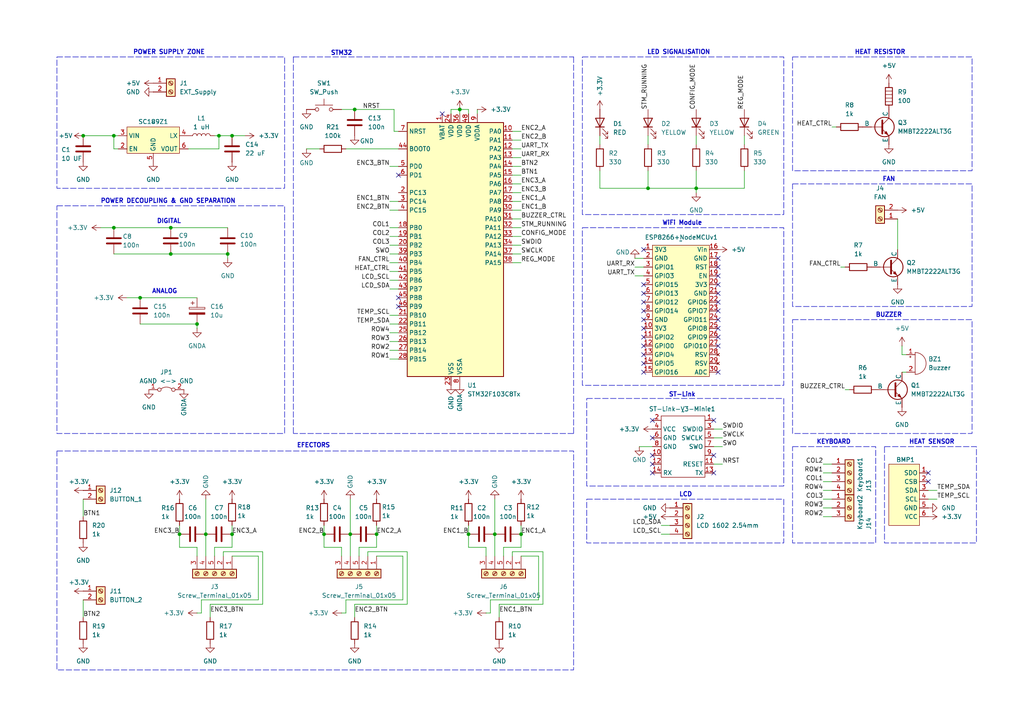
<source format=kicad_sch>
(kicad_sch (version 20250114) (generator "eeschema") (generator_version "9.0")
  (paper "A4")
  (title_block (title "TempControlBox") (date "2025-03-03") (company "Krzysztof Tomicki"))
  (rectangle (start 229.87 129.54) (end 254 157.48) (stroke (width 0) (type dash)))
  (rectangle (start 16.51 130.81) (end 166.37 194.31) (stroke (width 0) (type dash)))
  (rectangle (start 256.54 129.54) (end 283.21 157.48) (stroke (width 0) (type dash)))
  (rectangle (start 170.18 115.57) (end 227.33 140.97) (stroke (width 0) (type dash)))
  (rectangle (start 229.87 16.51) (end 281.94 49.53) (stroke (width 0) (type dash)))
  (rectangle (start 168.91 66.04) (end 227.33 111.76) (stroke (width 0) (type dash)))
  (rectangle (start 16.51 16.51) (end 82.55 54.61) (stroke (width 0) (type dash)))
  (rectangle (start 170.18 144.78) (end 227.33 157.48) (stroke (width 0) (type dash)))
  (rectangle (start 229.87 92.71) (end 281.94 125.73) (stroke (width 0) (type dash)))
  (rectangle (start 168.91 16.51) (end 227.33 62.23) (stroke (width 0) (type dash)))
  (rectangle (start 229.87 53.34) (end 281.94 88.9) (stroke (width 0) (type dash)))
  (rectangle (start 16.51 59.69) (end 82.55 125.73) (stroke (width 0) (type dash)))
  (text "HEAT RESISTOR\n" (at 255.27 15.24 0) (effects (font (size 1.27 1.27) (thickness 0.254) (bold yes))))
  (text "ST-Link" (at 197.866 114.554 0) (effects (font (size 1.27 1.27) (bold yes))))
  (text "EFECTORS\n" (at 90.932 129.286 0) (effects (font (size 1.27 1.27) (thickness 0.254) (bold yes))))
  (text "LCD\n" (at 198.882 143.51 0) (effects (font (size 1.27 1.27) (thickness 0.254) (bold yes))))
  (text "HEAT SENSOR" (at 270.256 128.27 0) (effects (font (size 1.27 1.27) (bold yes))))
  (text "POWER DECOUPLING & GND SEPARATION" (at 48.768 58.42 0) (effects (font (size 1.27 1.27) (thickness 0.254) (bold yes))))
  (text "WiFi Module" (at 197.866 64.77 0) (effects (font (size 1.27 1.27) (thickness 0.254) (bold yes))))
  (text "BUZZER" (at 257.81 91.44 0) (effects (font (size 1.27 1.27) (thickness 0.254) (bold yes))))
  (text "ANALOG" (at 47.752 84.582 0) (effects (font (size 1.27 1.27) (thickness 0.254) (bold yes))))
  (text "STM32" (at 99.06 15.494 0) (effects (font (size 1.27 1.27) (thickness 0.254) (bold yes))))
  (text "LED SIGNALISATION" (at 196.85 15.24 0) (effects (font (size 1.27 1.27) (thickness 0.254) (bold yes))))
  (text "FAN\n" (at 257.81 52.07 0) (effects (font (size 1.27 1.27) (thickness 0.254) (bold yes))))
  (text "KEYBOARD" (at 241.808 128.27 0) (effects (font (size 1.27 1.27) (bold yes))))
  (text "DIGITAL\n" (at 49.022 64.262 0) (effects (font (size 1.27 1.27) (thickness 0.254) (bold yes))))
  (text "POWER SUPPLY ZONE\n" (at 49.022 15.24 0) (effects (font (size 1.27 1.27) (thickness 0.254) (bold yes))))
  (junction (at 135.89 154.94))
  (junction (at 101.6 154.94))
  (junction (at 67.31 39.37))
  (junction (at 187.96 54.61))
  (junction (at 133.35 31.75))
  (junction (at 40.64 86.36))
  (junction (at 52.07 154.94))
  (junction (at 33.02 39.37))
  (junction (at 201.93 54.61))
  (junction (at 143.51 154.94))
  (junction (at 49.53 73.66))
  (junction (at 67.31 154.94))
  (junction (at 151.13 154.94))
  (junction (at 109.22 154.94))
  (junction (at 66.04 73.66))
  (junction (at 57.15 93.98))
  (junction (at 59.69 154.94))
  (junction (at 49.53 66.04))
  (junction (at 93.98 154.94))
  (junction (at 102.87 31.75))
  (junction (at 63.5 39.37))
  (junction (at 33.02 66.04))
  (junction (at 24.13 39.37))
  (no_connect (at 207.01 132.08))
  (no_connect (at 208.28 90.17))
  (no_connect (at 115.57 86.36))
  (no_connect (at 208.28 97.79))
  (no_connect (at 186.69 107.95))
  (no_connect (at 189.23 137.16))
  (no_connect (at 189.23 121.92))
  (no_connect (at 189.23 127))
  (no_connect (at 208.28 74.93))
  (no_connect (at 186.69 82.55))
  (no_connect (at 115.57 50.8))
  (no_connect (at 207.01 137.16))
  (no_connect (at 186.69 72.39))
  (no_connect (at 115.57 88.9))
  (no_connect (at 208.28 85.09))
  (no_connect (at 208.28 80.01))
  (no_connect (at 189.23 134.62))
  (no_connect (at 208.28 100.33))
  (no_connect (at 208.28 82.55))
  (no_connect (at 128.27 33.02))
  (no_connect (at 186.69 97.79))
  (no_connect (at 208.28 77.47))
  (no_connect (at 186.69 90.17))
  (no_connect (at 208.28 107.95))
  (no_connect (at 189.23 132.08))
  (no_connect (at 186.69 87.63))
  (no_connect (at 186.69 102.87))
  (no_connect (at 208.28 95.25))
  (no_connect (at 186.69 85.09))
  (no_connect (at 186.69 105.41))
  (no_connect (at 269.24 139.7))
  (no_connect (at 186.69 100.33))
  (no_connect (at 207.01 121.92))
  (no_connect (at 208.28 92.71))
  (no_connect (at 269.24 137.16))
  (no_connect (at 186.69 95.25))
  (no_connect (at 186.69 92.71))
  (no_connect (at 208.28 87.63))
  (wire (pts (xy 135.89 31.75) (xy 133.35 31.75)))
  (wire (pts (xy 116.84 161.29) (xy 116.84 173.99)))
  (wire (pts (xy 271.78 142.24) (xy 269.24 142.24)))
  (wire (pts (xy 113.03 78.74) (xy 115.57 78.74)))
  (wire (pts (xy 100.33 43.18) (xy 115.57 43.18)))
  (wire (pts (xy 238.76 139.7) (xy 241.3 139.7)))
  (wire (pts (xy 113.03 48.26) (xy 115.57 48.26)))
  (wire (pts (xy 109.22 158.75) (xy 104.14 158.75)))
  (wire (pts (xy 102.87 175.26) (xy 102.87 179.07)))
  (polyline (pts (xy 85.09 16.51) (xy 85.09 125.73)) (stroke (width 0) (type dash)))
  (wire (pts (xy 116.84 173.99) (xy 100.33 173.99)))
  (wire (pts (xy 156.21 173.99) (xy 142.24 173.99)))
  (wire (pts (xy 99.06 31.75) (xy 102.87 31.75)))
  (wire (pts (xy 60.96 175.26) (xy 76.2 175.26)))
  (wire (pts (xy 118.11 175.26) (xy 118.11 160.02)))
  (wire (pts (xy 49.53 73.66) (xy 66.04 73.66)))
  (polyline (pts (xy 85.09 16.51) (xy 166.37 16.51)) (stroke (width 0) (type dash)))
  (wire (pts (xy 215.9 54.61) (xy 201.93 54.61)))
  (wire (pts (xy 113.03 91.44) (xy 115.57 91.44)))
  (wire (pts (xy 113.03 93.98) (xy 115.57 93.98)))
  (wire (pts (xy 113.03 71.12) (xy 115.57 71.12)))
  (wire (pts (xy 52.07 152.4) (xy 52.07 154.94)))
  (wire (pts (xy 184.15 74.93) (xy 186.69 74.93)))
  (wire (pts (xy 187.96 49.53) (xy 187.96 54.61)))
  (wire (pts (xy 109.22 152.4) (xy 109.22 154.94)))
  (wire (pts (xy 243.84 77.47) (xy 245.11 77.47)))
  (wire (pts (xy 62.23 158.75) (xy 62.23 161.29)))
  (wire (pts (xy 209.55 134.62) (xy 207.01 134.62)))
  (wire (pts (xy 33.02 39.37) (xy 33.02 43.18)))
  (wire (pts (xy 261.62 102.87) (xy 262.89 102.87)))
  (wire (pts (xy 184.15 77.47) (xy 186.69 77.47)))
  (wire (pts (xy 71.12 39.37) (xy 67.31 39.37)))
  (wire (pts (xy 201.93 41.91) (xy 201.93 39.37)))
  (wire (pts (xy 209.55 124.46) (xy 207.01 124.46)))
  (wire (pts (xy 238.76 142.24) (xy 241.3 142.24)))
  (wire (pts (xy 209.55 127) (xy 207.01 127)))
  (wire (pts (xy 185.42 129.54) (xy 189.23 129.54)))
  (wire (pts (xy 92.71 43.18) (xy 88.9 43.18)))
  (wire (pts (xy 93.98 152.4) (xy 93.98 154.94)))
  (wire (pts (xy 140.97 177.8) (xy 142.24 177.8)))
  (wire (pts (xy 151.13 40.64) (xy 148.59 40.64)))
  (wire (pts (xy 142.24 173.99) (xy 142.24 177.8)))
  (wire (pts (xy 60.96 175.26) (xy 60.96 179.07)))
  (wire (pts (xy 40.64 86.36) (xy 57.15 86.36)))
  (wire (pts (xy 151.13 48.26) (xy 148.59 48.26)))
  (wire (pts (xy 67.31 154.94) (xy 67.31 158.75)))
  (wire (pts (xy 113.03 83.82) (xy 115.57 83.82)))
  (wire (pts (xy 109.22 161.29) (xy 116.84 161.29)))
  (wire (pts (xy 215.9 49.53) (xy 215.9 54.61)))
  (wire (pts (xy 187.96 41.91) (xy 187.96 39.37)))
  (wire (pts (xy 201.93 49.53) (xy 201.93 54.61)))
  (wire (pts (xy 106.68 160.02) (xy 106.68 161.29)))
  (wire (pts (xy 24.13 144.78) (xy 24.13 149.86)))
  (wire (pts (xy 143.51 154.94) (xy 143.51 161.29)))
  (wire (pts (xy 260.35 63.5) (xy 260.35 72.39)))
  (wire (pts (xy 113.03 101.6) (xy 115.57 101.6)))
  (wire (pts (xy 209.55 129.54) (xy 207.01 129.54)))
  (wire (pts (xy 118.11 160.02) (xy 106.68 160.02)))
  (wire (pts (xy 58.42 173.99) (xy 74.93 173.99)))
  (wire (pts (xy 261.62 107.95) (xy 262.89 107.95)))
  (wire (pts (xy 58.42 173.99) (xy 58.42 177.8)))
  (wire (pts (xy 29.21 66.04) (xy 33.02 66.04)))
  (wire (pts (xy 74.93 173.99) (xy 74.93 161.29)))
  (wire (pts (xy 140.97 158.75) (xy 140.97 161.29)))
  (wire (pts (xy 143.51 144.78) (xy 143.51 154.94)))
  (wire (pts (xy 151.13 38.1) (xy 148.59 38.1)))
  (wire (pts (xy 113.03 81.28) (xy 115.57 81.28)))
  (wire (pts (xy 144.78 175.26) (xy 144.78 179.07)))
  (wire (pts (xy 238.76 134.62) (xy 241.3 134.62)))
  (wire (pts (xy 151.13 73.66) (xy 148.59 73.66)))
  (wire (pts (xy 57.15 95.25) (xy 57.15 93.98)))
  (wire (pts (xy 100.33 173.99) (xy 100.33 177.8)))
  (wire (pts (xy 157.48 175.26) (xy 157.48 160.02)))
  (wire (pts (xy 33.02 66.04) (xy 49.53 66.04)))
  (wire (pts (xy 201.93 54.61) (xy 187.96 54.61)))
  (wire (pts (xy 151.13 43.18) (xy 148.59 43.18)))
  (wire (pts (xy 151.13 55.88) (xy 148.59 55.88)))
  (wire (pts (xy 93.98 158.75) (xy 99.06 158.75)))
  (wire (pts (xy 76.2 160.02) (xy 64.77 160.02)))
  (wire (pts (xy 49.53 66.04) (xy 66.04 66.04)))
  (wire (pts (xy 151.13 60.96) (xy 148.59 60.96)))
  (wire (pts (xy 151.13 50.8) (xy 148.59 50.8)))
  (wire (pts (xy 151.13 76.2) (xy 148.59 76.2)))
  (wire (pts (xy 238.76 137.16) (xy 241.3 137.16)))
  (wire (pts (xy 99.06 158.75) (xy 99.06 161.29)))
  (wire (pts (xy 261.62 100.33) (xy 261.62 102.87)))
  (wire (pts (xy 67.31 152.4) (xy 67.31 154.94)))
  (wire (pts (xy 59.69 144.78) (xy 59.69 154.94)))
  (wire (pts (xy 151.13 45.72) (xy 148.59 45.72)))
  (wire (pts (xy 241.3 36.83) (xy 242.57 36.83)))
  (wire (pts (xy 66.04 74.93) (xy 66.04 73.66)))
  (wire (pts (xy 52.07 154.94) (xy 52.07 158.75)))
  (wire (pts (xy 102.87 175.26) (xy 118.11 175.26)))
  (wire (pts (xy 151.13 158.75) (xy 146.05 158.75)))
  (wire (pts (xy 113.03 58.42) (xy 115.57 58.42)))
  (wire (pts (xy 59.69 154.94) (xy 59.69 161.29)))
  (wire (pts (xy 113.03 73.66) (xy 115.57 73.66)))
  (wire (pts (xy 64.77 160.02) (xy 64.77 161.29)))
  (polyline (pts (xy 166.37 16.51) (xy 166.37 125.73)) (stroke (width 0) (type dash)))
  (wire (pts (xy 151.13 68.58) (xy 148.59 68.58)))
  (wire (pts (xy 135.89 33.02) (xy 135.89 31.75)))
  (wire (pts (xy 173.99 39.37) (xy 173.99 41.91)))
  (wire (pts (xy 62.23 39.37) (xy 63.5 39.37)))
  (wire (pts (xy 101.6 154.94) (xy 101.6 161.29)))
  (wire (pts (xy 113.03 104.14) (xy 115.57 104.14)))
  (wire (pts (xy 130.81 31.75) (xy 133.35 31.75)))
  (wire (pts (xy 74.93 161.29) (xy 67.31 161.29)))
  (wire (pts (xy 40.64 93.98) (xy 57.15 93.98)))
  (wire (pts (xy 114.3 38.1) (xy 114.3 31.75)))
  (wire (pts (xy 113.03 76.2) (xy 115.57 76.2)))
  (wire (pts (xy 148.59 160.02) (xy 148.59 161.29)))
  (wire (pts (xy 24.13 173.99) (xy 24.13 179.07)))
  (wire (pts (xy 113.03 66.04) (xy 115.57 66.04)))
  (wire (pts (xy 215.9 41.91) (xy 215.9 39.37)))
  (wire (pts (xy 157.48 160.02) (xy 148.59 160.02)))
  (wire (pts (xy 151.13 152.4) (xy 151.13 154.94)))
  (wire (pts (xy 271.78 144.78) (xy 269.24 144.78)))
  (wire (pts (xy 135.89 152.4) (xy 135.89 154.94)))
  (wire (pts (xy 135.89 158.75) (xy 140.97 158.75)))
  (wire (pts (xy 113.03 99.06) (xy 115.57 99.06)))
  (wire (pts (xy 104.14 158.75) (xy 104.14 161.29)))
  (wire (pts (xy 238.76 149.86) (xy 241.3 149.86)))
  (wire (pts (xy 76.2 175.26) (xy 76.2 160.02)))
  (wire (pts (xy 146.05 158.75) (xy 146.05 161.29)))
  (wire (pts (xy 115.57 38.1) (xy 114.3 38.1)))
  (wire (pts (xy 156.21 161.29) (xy 156.21 173.99)))
  (wire (pts (xy 138.43 31.75) (xy 138.43 33.02)))
  (wire (pts (xy 151.13 66.04) (xy 148.59 66.04)))
  (wire (pts (xy 57.15 177.8) (xy 58.42 177.8)))
  (wire (pts (xy 109.22 154.94) (xy 109.22 158.75)))
  (wire (pts (xy 34.29 43.18) (xy 33.02 43.18)))
  (wire (pts (xy 135.89 154.94) (xy 135.89 158.75)))
  (wire (pts (xy 191.77 154.94) (xy 194.31 154.94)))
  (wire (pts (xy 63.5 39.37) (xy 63.5 43.18)))
  (wire (pts (xy 151.13 58.42) (xy 148.59 58.42)))
  (wire (pts (xy 130.81 33.02) (xy 130.81 31.75)))
  (polyline (pts (xy 166.37 125.73) (xy 85.09 125.73)) (stroke (width 0) (type dash)))
  (wire (pts (xy 101.6 144.78) (xy 101.6 154.94)))
  (wire (pts (xy 24.13 39.37) (xy 33.02 39.37)))
  (wire (pts (xy 173.99 54.61) (xy 187.96 54.61)))
  (wire (pts (xy 201.93 55.88) (xy 201.93 54.61)))
  (wire (pts (xy 151.13 71.12) (xy 148.59 71.12)))
  (wire (pts (xy 191.77 152.4) (xy 194.31 152.4)))
  (wire (pts (xy 144.78 175.26) (xy 157.48 175.26)))
  (wire (pts (xy 151.13 161.29) (xy 156.21 161.29)))
  (wire (pts (xy 245.11 113.03) (xy 246.38 113.03)))
  (wire (pts (xy 133.35 31.75) (xy 133.35 33.02)))
  (wire (pts (xy 113.03 60.96) (xy 115.57 60.96)))
  (wire (pts (xy 93.98 154.94) (xy 93.98 158.75)))
  (wire (pts (xy 33.02 73.66) (xy 49.53 73.66)))
  (wire (pts (xy 57.15 158.75) (xy 57.15 161.29)))
  (wire (pts (xy 113.03 68.58) (xy 115.57 68.58)))
  (wire (pts (xy 113.03 96.52) (xy 115.57 96.52)))
  (wire (pts (xy 67.31 158.75) (xy 62.23 158.75)))
  (wire (pts (xy 238.76 144.78) (xy 241.3 144.78)))
  (polyline (pts (xy 85.09 82.55) (xy 85.09 82.55)) (stroke (width 0) (type dash)))
  (wire (pts (xy 33.02 39.37) (xy 34.29 39.37)))
  (wire (pts (xy 36.83 86.36) (xy 40.64 86.36)))
  (wire (pts (xy 54.61 43.18) (xy 63.5 43.18)))
  (wire (pts (xy 63.5 39.37) (xy 67.31 39.37)))
  (wire (pts (xy 151.13 154.94) (xy 151.13 158.75)))
  (wire (pts (xy 52.07 158.75) (xy 57.15 158.75)))
  (wire (pts (xy 238.76 147.32) (xy 241.3 147.32)))
  (wire (pts (xy 99.06 177.8) (xy 100.33 177.8)))
  (wire (pts (xy 151.13 63.5) (xy 148.59 63.5)))
  (wire (pts (xy 151.13 53.34) (xy 148.59 53.34)))
  (wire (pts (xy 114.3 31.75) (xy 102.87 31.75)))
  (wire (pts (xy 173.99 49.53) (xy 173.99 54.61)))
  (wire (pts (xy 184.15 80.01) (xy 186.69 80.01)))
  (label "ENC2_A" (at 109.22 154.94 0))
  (label "CONFIG_MODE" (at 201.93 31.75 90))
  (label "UART_TX" (at 184.15 80.01 180))
  (label "FAN_CTRL" (at 113.03 76.2 180))
  (label "BTN2" (at 151.13 48.26 0))
  (label "COL1" (at 113.03 66.04 180))
  (label "TEMP_SCL" (at 113.03 91.44 180))
  (label "HEAT_CTRL" (at 113.03 78.74 180))
  (label "ENC3_B" (at 52.07 154.94 180))
  (label "ROW1" (at 113.03 104.14 180))
  (label "ENC3_A" (at 67.31 154.94 0))
  (label "ROW2" (at 238.76 149.86 180))
  (label "COL2" (at 238.76 134.62 180))
  (label "ROW3" (at 238.76 147.32 180))
  (label "ENC3_A" (at 151.13 53.34 0))
  (label "REG_MODE" (at 151.13 76.2 0))
  (label "COL3" (at 238.76 144.78 180))
  (label "TEMP_SDA" (at 113.03 93.98 180))
  (label "STM_RUNNING" (at 187.96 31.75 90))
  (label "SWO" (at 209.55 129.54 0))
  (label "UART_RX" (at 184.15 77.47 180))
  (label "BTN2" (at 24.13 179.07 0))
  (label "ENC1_B" (at 151.13 60.96 0))
  (label "BTN1" (at 151.13 50.8 0))
  (label "ENC2_B" (at 93.98 154.94 180))
  (label "BUZZER_CTRL" (at 151.13 63.5 0))
  (label "ENC2_B" (at 151.13 40.64 0))
  (label "UART_TX" (at 151.13 43.18 0))
  (label "COL1" (at 238.76 139.7 180))
  (label "SWDIO" (at 151.13 71.12 0))
  (label "LCD_SDA" (at 191.77 152.4 180))
  (label "STM_RUNNING" (at 151.13 66.04 0))
  (label "NRST" (at 105.209 31.75 0))
  (label "ENC3_BTN" (at 60.96 177.8 0))
  (label "ROW2" (at 113.03 101.6 180))
  (label "BTN1" (at 24.13 149.86 0))
  (label "ROW4" (at 113.03 96.52 180))
  (label "ENC1_BTN" (at 144.78 177.8 0))
  (label "CONFIG_MODE" (at 151.13 68.58 0))
  (label "ENC1_BTN" (at 113.03 58.42 180))
  (label "SWDIO" (at 209.55 124.46 0))
  (label "ENC3_BTN" (at 113.03 48.26 180))
  (label "ENC1_A" (at 151.13 58.42 0))
  (label "ENC2_BTN" (at 113.03 60.96 180))
  (label "LCD_SCL" (at 113.03 81.28 180))
  (label "HEAT_CTRL" (at 241.3 36.83 180))
  (label "LCD_SDA" (at 113.03 83.82 180))
  (label "TEMP_SCL" (at 271.78 144.78 0))
  (label "SWCLK" (at 151.13 73.66 0))
  (label "BUZZER_CTRL" (at 245.11 113.03 180))
  (label "ROW3" (at 113.03 99.06 180))
  (label "ENC2_A" (at 151.13 38.1 0))
  (label "UART_RX" (at 151.13 45.72 0))
  (label "LCD_SCL" (at 191.77 154.94 180))
  (label "COL2" (at 113.03 68.58 180))
  (label "ENC2_BTN" (at 102.87 177.8 0))
  (label "FAN_CTRL" (at 243.84 77.47 180))
  (label "ROW4" (at 238.76 142.24 180))
  (label "SWO" (at 113.03 73.66 180))
  (label "COL3" (at 113.03 71.12 180))
  (label "TEMP_SDA" (at 271.78 142.24 0))
  (label "NRST" (at 209.55 134.62 0))
  (label "ENC1_B" (at 135.89 154.94 180))
  (label "ROW1" (at 238.76 137.16 180))
  (label "SWCLK" (at 209.55 127 0))
  (label "ENC3_B" (at 151.13 55.88 0))
  (label "REG_MODE" (at 215.9 31.75 90))
  (label "ENC1_A" (at 151.13 154.94 0))
  (symbol (lib_id "MCU_ST_STM32F1:STM32F103C8Tx") (at 130.81 73.66 0) (unit 1)
    (property "Reference" "U1" (at 135.5441 111.76 0) (effects (justify left)))
    (property "Value" "STM32F103C8Tx" (at 135.5441 114.3 0) (effects (justify left)))
    (property "Footprint" "Package_QFP:LQFP-48_7x7mm_P0.5mm" (effects (hide yes)))
    (property "Datasheet" "https://www.st.com/resource/en/datasheet/stm32f103c8.pdf" (effects (hide yes)))
    (property "Description" "STMicroelectronics Arm Cortex-M3 MCU, 64KB flash, 20KB RAM, 72 MHz, 2.0-3.6V, 37 GPIO, LQFP48" (effects (hide yes)))
  )
  (symbol (lib_id "power:+3.3V") (at 135.89 144.78 0) (unit 1)
    (property "Reference" "#PWR021" (effects (hide yes)))
    (property "Value" "+3.3V" (at 135.89 139.7 0))
    (property "Description" "Power symbol creates a global label with name \"+3.3V\"" (effects (hide yes)))
  )
  (symbol (lib_id "Temperature-control-PID:BMP280") (at 260.35 143.51 0) (unit 1)
    (property "Reference" "BMP1" (at 262.636 133.35 0))
    (property "Value" "~" (at 262.255 133.35 0))
    (property "Footprint" "AAAAAA:BMP280" (effects (hide yes)))
  )
  (symbol (lib_id "Device:R") (at 215.9 45.72 0) (unit 1)
    (property "Reference" "R5" (at 218.44 44.4499 0) (effects (justify left)))
    (property "Value" "330" (at 218.44 46.9899 0) (effects (justify left)))
    (property "Footprint" "Resistor_SMD:R_0805_2012Metric_Pad1.20x1.40mm_HandSolder" (effects (hide yes)))
    (property "Description" "Resistor" (effects (hide yes)))
  )
  (symbol (lib_id "Device:C") (at 105.41 154.94 90) (unit 1)
    (property "Reference" "C5" (at 105.41 147.32 90))
    (property "Value" "100n" (at 105.41 149.86 90))
    (property "Footprint" "Capacitor_SMD:C_0805_2012Metric_Pad1.18x1.45mm_HandSolder" (effects (hide yes)))
    (property "Description" "Unpolarized capacitor" (effects (hide yes)))
  )
  (symbol (lib_id "Simulation_SPICE:NPN") (at 259.08 113.03 0) (unit 1)
    (property "Reference" "Q1" (at 264.16 111.7599 0) (effects (justify left)))
    (property "Value" "MMBT2222ALT3G" (at 264.16 114.2999 0) (effects (justify left)))
    (property "Footprint" "Package_TO_SOT_SMD:SOT-23" (effects (hide yes)))
    (property "Datasheet" "https://ngspice.sourceforge.io/docs/ngspice-html-manual/manual.xhtml#cha_BJTs" (effects (hide yes)))
    (property "Description" "Bipolar transistor symbol for simulation only, substrate tied to the emitter" (effects (hide yes)))
    (property "Sim.Device" "NPN" (effects (hide yes)))
    (property "Sim.Type" "GUMMELPOON" (effects (hide yes)))
    (property "Sim.Pins" "1=C 2=B 3=E" (effects (hide yes)))
  )
  (symbol (lib_id "power:+3.3V") (at 269.24 149.86 270) (unit 1)
    (property "Reference" "#PWR018" (effects (hide yes)))
    (property "Value" "+3.3V" (at 273.05 149.8599 90) (effects (justify left)))
    (property "Description" "Power symbol creates a global label with name \"+3.3V\"" (effects (hide yes)))
  )
  (symbol (lib_id "power:GND") (at 43.18 113.03 0) (unit 1)
    (property "Reference" "#PWR054" (effects (hide yes)))
    (property "Value" "GND" (at 43.18 118.11 0))
    (property "Description" "Power symbol creates a global label with name \"GND\" , ground" (effects (hide yes)))
  )
  (symbol (lib_id "power:GND") (at 102.87 186.69 0) (unit 1)
    (property "Reference" "#PWR026" (effects (hide yes)))
    (property "Value" "GND" (at 102.87 191.77 0))
    (property "Description" "Power symbol creates a global label with name \"GND\" , ground" (effects (hide yes)))
  )
  (symbol (lib_id "power:+5V") (at 208.28 72.39 270) (unit 1)
    (property "Reference" "#PWR037" (effects (hide yes)))
    (property "Value" "+5V" (at 212.09 72.3899 90) (effects (justify left)))
    (property "Description" "Power symbol creates a global label with name \"+5V\"" (effects (hide yes)))
  )
  (symbol (lib_id "power:+3.3V") (at 36.83 86.36 90) (unit 1)
    (property "Reference" "#PWR059" (effects (hide yes)))
    (property "Value" "+3.3V" (at 33.02 86.3601 90) (effects (justify left)))
    (property "Description" "Power symbol creates a global label with name \"+3.3V\"" (effects (hide yes)))
  )
  (symbol (lib_id "Device:C") (at 33.02 69.85 0) (unit 1)
    (property "Reference" "C8" (at 35.56 68.58 0) (effects (justify left)))
    (property "Value" "100n" (at 35.56 71.12 0) (effects (justify left)))
    (property "Footprint" "Capacitor_SMD:C_0805_2012Metric_Pad1.18x1.45mm_HandSolder" (effects (hide yes)))
    (property "Description" "Unpolarized capacitor" (effects (hide yes)))
  )
  (symbol (lib_id "Device:Buzzer") (at 265.43 105.41 0) (unit 1)
    (property "Reference" "BZ1" (at 269.24 104.1399 0) (effects (justify left)))
    (property "Value" "Buzzer" (at 269.24 106.6799 0) (effects (justify left)))
    (property "Footprint" "Buzzer_Beeper:Buzzer_12x9.5RM7.6" (effects (hide yes)))
    (property "Description" "Buzzer, polarized" (effects (hide yes)))
  )
  (symbol (lib_id "Device:R") (at 144.78 182.88 0) (unit 1)
    (property "Reference" "R10" (at 147.32 181.6099 0) (effects (justify left)))
    (property "Value" "1k" (at 147.32 184.1499 0) (effects (justify left)))
    (property "Footprint" "Resistor_SMD:R_0805_2012Metric_Pad1.20x1.40mm_HandSolder" (effects (hide yes)))
    (property "Description" "Resistor" (effects (hide yes)))
  )
  (symbol (lib_id "power:GND") (at 88.9 31.75 0) (unit 1)
    (property "Reference" "#PWR051" (effects (hide yes)))
    (property "Value" "GND" (at 88.9 36.83 0))
    (property "Description" "Power symbol creates a global label with name \"GND\" , ground" (effects (hide yes)))
  )
  (symbol (lib_id "power:GND") (at 24.13 46.99 0) (unit 1)
    (property "Reference" "#PWR06" (effects (hide yes)))
    (property "Value" "GND" (at 24.13 52.07 0))
    (property "Description" "Power symbol creates a global label with name \"GND\" , ground" (effects (hide yes)))
  )
  (symbol (lib_id "Device:C") (at 97.79 154.94 90) (unit 1)
    (property "Reference" "C4" (at 97.79 147.32 90))
    (property "Value" "100n" (at 97.79 149.86 90))
    (property "Footprint" "Capacitor_SMD:C_0805_2012Metric_Pad1.18x1.45mm_HandSolder" (effects (hide yes)))
    (property "Description" "Unpolarized capacitor" (effects (hide yes)))
  )
  (symbol (lib_id "power:GND") (at 185.42 129.54 0) (unit 1)
    (property "Reference" "#PWR039" (effects (hide yes)))
    (property "Value" "GND" (at 185.42 133.35 0))
    (property "Description" "Power symbol creates a global label with name \"GND\" , ground" (effects (hide yes)))
  )
  (symbol (lib_id "Device:C") (at 67.31 43.18 0) (unit 1)
    (property "Reference" "C14" (at 71.12 41.9099 0) (effects (justify left)))
    (property "Value" "22 uF" (at 71.12 44.4499 0) (effects (justify left)))
    (property "Footprint" "Capacitor_SMD:C_0805_2012Metric_Pad1.18x1.45mm_HandSolder" (effects (hide yes)))
    (property "Description" "Unpolarized capacitor" (effects (hide yes)))
  )
  (symbol (lib_id "Device:R") (at 93.98 148.59 0) (unit 1)
    (property "Reference" "R13" (at 88.646 147.32 0) (effects (justify left)))
    (property "Value" "1k" (at 88.646 149.86 0) (effects (justify left)))
    (property "Footprint" "Resistor_SMD:R_0805_2012Metric_Pad1.20x1.40mm_HandSolder" (effects (hide yes)))
    (property "Description" "Resistor" (effects (hide yes)))
  )
  (symbol (lib_id "power:GND") (at 44.45 26.67 270) (unit 1)
    (property "Reference" "#PWR04" (effects (hide yes)))
    (property "Value" "GND" (at 40.64 26.6699 90) (effects (justify right)))
    (property "Description" "Power symbol creates a global label with name \"GND\" , ground" (effects (hide yes)))
  )
  (symbol (lib_id "Device:C") (at 63.5 154.94 90) (unit 1)
    (property "Reference" "C7" (at 63.5 147.32 90))
    (property "Value" "100n" (at 63.5 149.86 90))
    (property "Footprint" "Capacitor_SMD:C_0805_2012Metric_Pad1.18x1.45mm_HandSolder" (effects (hide yes)))
    (property "Description" "Unpolarized capacitor" (effects (hide yes)))
  )
  (symbol (lib_id "Connector:Screw_Terminal_01x05") (at 146.05 166.37 270) (unit 1)
    (property "Reference" "J6" (at 146.05 170.18 90))
    (property "Value" "Screw_Terminal_01x05" (at 146.05 172.72 90))
    (property "Footprint" "Connector_JST:JST_PH_B5B-PH-K_1x05_P2.00mm_Vertical" (effects (hide yes)))
    (property "Description" "Generic screw terminal, single row, 01x05, script generated (kicad-library-utils/schlib/autogen/connector/)" (effects (hide yes)))
  )
  (symbol (lib_id "Device:R") (at 250.19 113.03 90) (unit 1)
    (property "Reference" "R6" (at 250.19 106.68 90))
    (property "Value" "1k" (at 250.19 109.22 90))
    (property "Footprint" "Resistor_SMD:R_0805_2012Metric_Pad1.20x1.40mm_HandSolder" (effects (hide yes)))
    (property "Description" "Resistor" (effects (hide yes)))
  )
  (symbol (lib_id "Jumper:Jumper_2_Bridged") (at 48.26 113.03 0) (unit 1)
    (property "Reference" "JP1" (at 48.26 107.95 0))
    (property "Value" "AGND <-> GND" (at 48.26 110.49 0))
    (property "Footprint" "Jumper:SolderJumper-2_P1.3mm_Bridged2Bar_Pad1.0x1.5mm" (effects (hide yes)))
    (property "Description" "Jumper, 2-pole, closed/bridged" (effects (hide yes)))
  )
  (symbol (lib_id "Simulation_SPICE:NPN") (at 255.27 36.83 0) (unit 1)
    (property "Reference" "Q3" (at 260.35 35.5599 0) (effects (justify left)))
    (property "Value" "MMBT2222ALT3G" (at 260.35 38.0999 0) (effects (justify left)))
    (property "Footprint" "Package_TO_SOT_SMD:SOT-23" (effects (hide yes)))
    (property "Datasheet" "https://ngspice.sourceforge.io/docs/ngspice-html-manual/manual.xhtml#cha_BJTs" (effects (hide yes)))
    (property "Description" "Bipolar transistor symbol for simulation only, substrate tied to the emitter" (effects (hide yes)))
    (property "Sim.Device" "NPN" (effects (hide yes)))
    (property "Sim.Type" "GUMMELPOON" (effects (hide yes)))
    (property "Sim.Pins" "1=C 2=B 3=E" (effects (hide yes)))
  )
  (symbol (lib_id "power:GND") (at 102.87 39.37 0) (unit 1)
    (property "Reference" "#PWR050" (effects (hide yes)))
    (property "Value" "GND" (at 106.426 40.894 0))
    (property "Description" "Power symbol creates a global label with name \"GND\" , ground" (effects (hide yes)))
  )
  (symbol (lib_id "power:+3.3V") (at 29.21 66.04 90) (unit 1)
    (property "Reference" "#PWR052" (effects (hide yes)))
    (property "Value" "+3.3V" (at 25.4 66.0399 90) (effects (justify left)))
    (property "Description" "Power symbol creates a global label with name \"+3.3V\"" (effects (hide yes)))
  )
  (symbol (lib_id "Device:R") (at 67.31 148.59 0) (unit 1)
    (property "Reference" "R18" (at 68.834 147.066 0) (effects (justify left)))
    (property "Value" "1k" (at 68.834 149.606 0) (effects (justify left)))
    (property "Footprint" "Resistor_SMD:R_0805_2012Metric_Pad1.20x1.40mm_HandSolder" (effects (hide yes)))
    (property "Description" "Resistor" (effects (hide yes)))
  )
  (symbol (lib_id "Device:R") (at 24.13 153.67 0) (unit 1)
    (property "Reference" "R20" (at 26.67 152.3999 0) (effects (justify left)))
    (property "Value" "1k" (at 26.67 154.9399 0) (effects (justify left)))
    (property "Footprint" "Resistor_SMD:R_0805_2012Metric_Pad1.20x1.40mm_HandSolder" (effects (hide yes)))
    (property "Description" "Resistor" (effects (hide yes)))
  )
  (symbol (lib_id "power:GND") (at 143.51 144.78 180) (unit 1)
    (property "Reference" "#PWR023" (effects (hide yes)))
    (property "Value" "GND" (at 143.51 139.7 90))
    (property "Description" "Power symbol creates a global label with name \"GND\" , ground" (effects (hide yes)))
  )
  (symbol (lib_id "power:GND") (at 88.9 43.18 0) (unit 1)
    (property "Reference" "#PWR048" (effects (hide yes)))
    (property "Value" "GND" (at 88.9 47.244 0))
    (property "Description" "Power symbol creates a global label with name \"GND\" , ground" (effects (hide yes)))
  )
  (symbol (lib_id "Device:R") (at 135.89 148.59 0) (unit 1)
    (property "Reference" "R11" (at 130.556 147.32 0) (effects (justify left)))
    (property "Value" "1k" (at 130.556 149.86 0) (effects (justify left)))
    (property "Footprint" "Resistor_SMD:R_0805_2012Metric_Pad1.20x1.40mm_HandSolder" (effects (hide yes)))
    (property "Description" "Resistor" (effects (hide yes)))
  )
  (symbol (lib_id "power:GND") (at 144.78 186.69 0) (unit 1)
    (property "Reference" "#PWR020" (effects (hide yes)))
    (property "Value" "GND" (at 144.78 191.77 0))
    (property "Description" "Power symbol creates a global label with name \"GND\" , ground" (effects (hide yes)))
  )
  (symbol (lib_id "power:GND") (at 60.96 186.69 0) (unit 1)
    (property "Reference" "#PWR030" (effects (hide yes)))
    (property "Value" "GND" (at 60.96 191.77 0))
    (property "Description" "Power symbol creates a global label with name \"GND\" , ground" (effects (hide yes)))
  )
  (symbol (lib_id "power:GND") (at 269.24 147.32 90) (unit 1)
    (property "Reference" "#PWR019" (effects (hide yes)))
    (property "Value" "GND" (at 273.05 147.3199 90) (effects (justify right)))
    (property "Description" "Power symbol creates a global label with name \"GND\" , ground" (effects (hide yes)))
  )
  (symbol (lib_id "power:GND") (at 59.69 144.78 180) (unit 1)
    (property "Reference" "#PWR029" (effects (hide yes)))
    (property "Value" "GND" (at 59.69 139.7 90))
    (property "Description" "Power symbol creates a global label with name \"GND\" , ground" (effects (hide yes)))
  )
  (symbol (lib_id "Device:Heater") (at 257.81 27.94 180) (unit 1)
    (property "Reference" "R9" (at 260.35 26.6699 0) (effects (justify right)))
    (property "Value" "100" (at 260.35 29.2099 0) (effects (justify right)))
    (property "Footprint" "AAAAAA:Heat_Resistor" (effects (hide yes)))
    (property "Description" "Resistive heater" (effects (hide yes)))
  )
  (symbol (lib_id "power:+3.3V") (at 24.13 142.24 90) (unit 1)
    (property "Reference" "#PWR040" (effects (hide yes)))
    (property "Value" "+3.3V" (at 22.86 139.7 90))
    (property "Description" "Power symbol creates a global label with name \"+3.3V\"" (effects (hide yes)))
  )
  (symbol (lib_id "power:GND") (at 24.13 157.48 0) (unit 1)
    (property "Reference" "#PWR041" (effects (hide yes)))
    (property "Value" "GND" (at 24.13 162.56 0))
    (property "Description" "Power symbol creates a global label with name \"GND\" , ground" (effects (hide yes)))
  )
  (symbol (lib_id "Device:R") (at 96.52 43.18 90) (unit 1)
    (property "Reference" "R21" (at 96.52 36.83 90))
    (property "Value" "100k" (at 96.52 39.37 90))
    (property "Footprint" "Resistor_SMD:R_0805_2012Metric_Pad1.20x1.40mm_HandSolder" (effects (hide yes)))
    (property "Description" "Resistor" (effects (hide yes)))
  )
  (symbol (lib_id "power:+3.3V") (at 133.35 31.75 0) (unit 1)
    (property "Reference" "#PWR043" (effects (hide yes)))
    (property "Value" "+3.3V" (at 133.35 26.67 0))
    (property "Description" "Power symbol creates a global label with name \"+3.3V\"" (effects (hide yes)))
  )
  (symbol (lib_id "Device:C_Polarized") (at 57.15 90.17 0) (unit 1)
    (property "Reference" "C16" (at 60.96 88.9 0) (effects (justify left)))
    (property "Value" "10u" (at 60.96 91.44 0) (effects (justify left)))
    (property "Footprint" "Capacitor_THT:CP_Radial_D5.0mm_P2.50mm" (effects (hide yes)))
    (property "Description" "Polarized capacitor" (effects (hide yes)))
  )
  (symbol (lib_id "power:+3.3V") (at 52.07 144.78 0) (unit 1)
    (property "Reference" "#PWR028" (effects (hide yes)))
    (property "Value" "+3.3V" (at 52.07 139.7 0))
    (property "Description" "Power symbol creates a global label with name \"+3.3V\"" (effects (hide yes)))
  )
  (symbol (lib_id "power:+5V") (at 260.35 60.96 270) (unit 1)
    (property "Reference" "#PWR016" (effects (hide yes)))
    (property "Value" "+5V" (at 264.16 60.9599 90) (effects (justify left)))
    (property "Description" "Power symbol creates a global label with name \"+5V\"" (effects (hide yes)))
  )
  (symbol (lib_name "Screw_Terminal_01x05_2") (lib_id "Connector:Screw_Terminal_01x05") (at 62.23 166.37 270) (unit 1)
    (property "Reference" "J3" (at 62.23 170.18 90))
    (property "Value" "Screw_Terminal_01x05" (at 62.23 172.72 90))
    (property "Footprint" "Connector_JST:JST_PH_B5B-PH-K_1x05_P2.00mm_Vertical" (effects (hide yes)))
    (property "Description" "Generic screw terminal, single row, 01x05, script generated (kicad-library-utils/schlib/autogen/connector/)" (effects (hide yes)))
  )
  (symbol (lib_id "Device:L") (at 58.42 39.37 90) (unit 1)
    (property "Reference" "L1" (at 58.42 34.29 90))
    (property "Value" "1 uH" (at 58.42 36.83 90))
    (property "Footprint" "Resistor_SMD:R_0805_2012Metric_Pad1.20x1.40mm_HandSolder" (effects (hide yes)))
    (property "Description" "Inductor" (effects (hide yes)))
  )
  (symbol (lib_id "Connector:Screw_Terminal_01x02") (at 29.21 171.45 0) (unit 1)
    (property "Reference" "J11" (at 31.75 171.4499 0) (effects (justify left)))
    (property "Value" "BUTTON_2" (at 31.75 173.9899 0) (effects (justify left)))
    (property "Footprint" "Connector_JST:JST_PH_B2B-PH-K_1x02_P2.00mm_Vertical" (effects (hide yes)))
    (property "Description" "Generic screw terminal, single row, 01x02, script generated (kicad-library-utils/schlib/autogen/connector/)" (effects (hide yes)))
  )
  (symbol (lib_id "power:GND") (at 24.13 186.69 0) (unit 1)
    (property "Reference" "#PWR036" (effects (hide yes)))
    (property "Value" "GND" (at 24.13 191.77 0))
    (property "Description" "Power symbol creates a global label with name \"GND\" , ground" (effects (hide yes)))
  )
  (symbol (lib_id "Connector:Screw_Terminal_01x04") (at 199.39 149.86 0) (unit 1)
    (property "Reference" "J2" (at 201.93 149.8599 0) (effects (justify left)))
    (property "Value" "LCD 1602 2.54mm" (at 201.93 152.3999 0) (effects (justify left)))
    (property "Footprint" "Connector_JST:JST_PH_B4B-PH-K_1x04_P2.00mm_Vertical" (effects (hide yes)))
    (property "Description" "Generic screw terminal, single row, 01x04, script generated (kicad-library-utils/schlib/autogen/connector/)" (effects (hide yes)))
  )
  (symbol (lib_id "power:GND") (at 261.62 118.11 0) (unit 1)
    (property "Reference" "#PWR015" (effects (hide yes)))
    (property "Value" "GND" (at 261.62 123.19 0))
    (property "Description" "Power symbol creates a global label with name \"GND\" , ground" (effects (hide yes)))
  )
  (symbol (lib_id "power:GND") (at 257.81 41.91 0) (unit 1)
    (property "Reference" "#PWR011" (effects (hide yes)))
    (property "Value" "GND" (at 257.81 46.99 0))
    (property "Description" "Power symbol creates a global label with name \"GND\" , ground" (effects (hide yes)))
  )
  (symbol (lib_id "power:GND") (at 201.93 55.88 0) (unit 1)
    (property "Reference" "#PWR013" (effects (hide yes)))
    (property "Value" "GND" (at 201.93 60.96 0))
    (property "Description" "Power symbol creates a global label with name \"GND\" , ground" (effects (hide yes)))
  )
  (symbol (lib_id "Device:C") (at 147.32 154.94 90) (unit 1)
    (property "Reference" "C3" (at 147.32 147.32 90))
    (property "Value" "100n" (at 147.32 149.86 90))
    (property "Footprint" "Capacitor_SMD:C_0805_2012Metric_Pad1.18x1.45mm_HandSolder" (effects (hide yes)))
    (property "Description" "Unpolarized capacitor" (effects (hide yes)))
  )
  (symbol (lib_id "power:+3.3V") (at 151.13 144.78 0) (unit 1)
    (property "Reference" "#PWR022" (effects (hide yes)))
    (property "Value" "+3.3V" (at 151.13 139.7 0))
    (property "Description" "Power symbol creates a global label with name \"+3.3V\"" (effects (hide yes)))
  )
  (symbol (lib_id "Device:LED") (at 187.96 35.56 90) (unit 1)
    (property "Reference" "D2" (at 191.77 35.8774 90) (effects (justify right)))
    (property "Value" "YELLOW" (at 191.77 38.4174 90) (effects (justify right)))
    (property "Footprint" "LED_THT:LED_D3.0mm" (effects (hide yes)))
    (property "Description" "Light emitting diode" (effects (hide yes)))
  )
  (symbol (lib_id "power:GND") (at 260.35 82.55 0) (unit 1)
    (property "Reference" "#PWR017" (effects (hide yes)))
    (property "Value" "GND" (at 260.35 87.63 0))
    (property "Description" "Power symbol creates a global label with name \"GND\" , ground" (effects (hide yes)))
  )
  (symbol (lib_id "power:GNDA") (at 57.15 95.25 0) (unit 1)
    (property "Reference" "#PWR058" (effects (hide yes)))
    (property "Value" "GNDA" (at 57.15 100.33 0))
    (property "Description" "Power symbol creates a global label with name \"GNDA\" , analog ground" (effects (hide yes)))
  )
  (symbol (lib_id "power:GND") (at 67.31 46.99 0) (unit 1)
    (property "Reference" "#PWR08" (effects (hide yes)))
    (property "Value" "GND" (at 67.31 52.07 0))
    (property "Description" "Power symbol creates a global label with name \"GND\" , ground" (effects (hide yes)))
  )
  (symbol (lib_id "power:+3.3V") (at 99.06 177.8 90) (unit 1)
    (property "Reference" "#PWR033" (effects (hide yes)))
    (property "Value" "+3.3V" (at 95.25 177.7999 90) (effects (justify left)))
    (property "Description" "Power symbol creates a global label with name \"+3.3V\"" (effects (hide yes)))
  )
  (symbol (lib_id "power:+3.3V") (at 71.12 39.37 270) (unit 1)
    (property "Reference" "#PWR07" (effects (hide yes)))
    (property "Value" "+3.3V" (at 74.93 39.3699 90) (effects (justify left)))
    (property "Description" "Power symbol creates a global label with name \"+3.3V\"" (effects (hide yes)))
  )
  (symbol (lib_id "Device:R") (at 187.96 45.72 0) (unit 1)
    (property "Reference" "R3" (at 190.5 44.4499 0) (effects (justify left)))
    (property "Value" "330" (at 190.5 46.9899 0) (effects (justify left)))
    (property "Footprint" "Resistor_SMD:R_0805_2012Metric_Pad1.20x1.40mm_HandSolder" (effects (hide yes)))
    (property "Description" "Resistor" (effects (hide yes)))
  )
  (symbol (lib_id "power:+5V") (at 261.62 100.33 0) (unit 1)
    (property "Reference" "#PWR014" (effects (hide yes)))
    (property "Value" "+5V" (at 261.62 95.25 0))
    (property "Description" "Power symbol creates a global label with name \"+5V\"" (effects (hide yes)))
  )
  (symbol (lib_id "Connector:Screw_Terminal_01x02") (at 49.53 24.13 0) (unit 1)
    (property "Reference" "J1" (at 52.07 24.1299 0) (effects (justify left)))
    (property "Value" "EXT_Supply" (at 52.07 26.6699 0) (effects (justify left)))
    (property "Footprint" "Connector_JST:JST_PH_B2B-PH-K_1x02_P2.00mm_Vertical" (effects (hide yes)))
    (property "Description" "Generic screw terminal, single row, 01x02, script generated (kicad-library-utils/schlib/autogen/connector/)" (effects (hide yes)))
  )
  (symbol (lib_id "Connector:Screw_Terminal_01x04") (at 246.38 137.16 0) (unit 1)
    (property "Reference" "J13" (at 251.968 142.748 90) (effects (justify left)))
    (property "Value" "Keyboard1" (at 249.428 142.748 90) (effects (justify left)))
    (property "Footprint" "Connector_JST:JST_PH_B4B-PH-K_1x04_P2.00mm_Vertical" (effects (hide yes)))
    (property "Description" "Generic screw terminal, single row, 01x04, script generated (kicad-library-utils/schlib/autogen/connector/)" (effects (hide yes)))
  )
  (symbol (lib_id "biblioteka:SC189Z") (at 41.91 36.83 0) (unit 1)
    (property "Reference" "SC189Z1" (at 44.45 35.306 0))
    (property "Value" "~" (at 44.45 35.56 0))
    (property "Footprint" "Package_TO_SOT_SMD:TSOT-23-6_HandSoldering" (effects (hide yes)))
  )
  (symbol (lib_id "power:+3.3V") (at 93.98 144.78 0) (unit 1)
    (property "Reference" "#PWR024" (effects (hide yes)))
    (property "Value" "+3.3V" (at 93.98 139.7 0))
    (property "Description" "Power symbol creates a global label with name \"+3.3V\"" (effects (hide yes)))
  )
  (symbol (lib_id "Device:C") (at 66.04 69.85 0) (unit 1)
    (property "Reference" "C10" (at 69.596 68.326 0) (effects (justify left)))
    (property "Value" "100n" (at 69.596 70.866 0) (effects (justify left)))
    (property "Footprint" "Capacitor_SMD:C_0805_2012Metric_Pad1.18x1.45mm_HandSolder" (effects (hide yes)))
    (property "Description" "Unpolarized capacitor" (effects (hide yes)))
  )
  (symbol (lib_id "Temperature-control-PID:IDP-14pin_1.27mm") (at 191.77 148.59 0) (unit 1)
    (property "Reference" "ST-Link-V3-Minie1" (at 197.866 118.618 0))
    (property "Value" "~" (at 198.12 119.38 0))
    (property "Footprint" "Connector_PinSocket_1.27mm:PinSocket_2x07_P1.27mm_Vertical" (effects (hide yes)))
  )
  (symbol (lib_id "power:+3.3V") (at 109.22 144.78 0) (unit 1)
    (property "Reference" "#PWR027" (effects (hide yes)))
    (property "Value" "+3.3V" (at 109.22 139.7 0))
    (property "Description" "Power symbol creates a global label with name \"+3.3V\"" (effects (hide yes)))
  )
  (symbol (lib_id "power:GND") (at 130.81 111.76 0) (unit 1)
    (property "Reference" "#PWR047" (effects (hide yes)))
    (property "Value" "GND" (at 130.81 116.84 90))
    (property "Description" "Power symbol creates a global label with name \"GND\" , ground" (effects (hide yes)))
  )
  (symbol (lib_id "Device:LED") (at 201.93 35.56 90) (unit 1)
    (property "Reference" "D3" (at 205.74 35.8774 90) (effects (justify right)))
    (property "Value" "YELLOW" (at 205.74 38.4174 90) (effects (justify right)))
    (property "Footprint" "LED_THT:LED_D3.0mm" (effects (hide yes)))
    (property "Description" "Light emitting diode" (effects (hide yes)))
  )
  (symbol (lib_id "power:+3.3V") (at 24.13 171.45 90) (unit 1)
    (property "Reference" "#PWR035" (effects (hide yes)))
    (property "Value" "+3.3V" (at 22.86 168.91 90))
    (property "Description" "Power symbol creates a global label with name \"+3.3V\"" (effects (hide yes)))
  )
  (symbol (lib_id "Device:R") (at 102.87 182.88 0) (unit 1)
    (property "Reference" "R14" (at 105.41 181.6099 0) (effects (justify left)))
    (property "Value" "1k" (at 105.41 184.1499 0) (effects (justify left)))
    (property "Footprint" "Resistor_SMD:R_0805_2012Metric_Pad1.20x1.40mm_HandSolder" (effects (hide yes)))
    (property "Description" "Resistor" (effects (hide yes)))
  )
  (symbol (lib_id "Device:R") (at 24.13 182.88 0) (unit 1)
    (property "Reference" "R19" (at 26.67 181.6099 0) (effects (justify left)))
    (property "Value" "1k" (at 26.67 184.1499 0) (effects (justify left)))
    (property "Footprint" "Resistor_SMD:R_0805_2012Metric_Pad1.20x1.40mm_HandSolder" (effects (hide yes)))
    (property "Description" "Resistor" (effects (hide yes)))
  )
  (symbol (lib_id "power:GND") (at 184.15 74.93 180) (unit 1)
    (property "Reference" "#PWR038" (effects (hide yes)))
    (property "Value" "GND" (at 178.562 73.152 0) (effects (justify right)))
    (property "Description" "Power symbol creates a global label with name \"GND\" , ground" (effects (hide yes)))
  )
  (symbol (lib_id "Device:R") (at 246.38 36.83 90) (unit 1)
    (property "Reference" "R8" (at 246.38 30.48 90))
    (property "Value" "1k" (at 246.38 33.02 90))
    (property "Footprint" "Resistor_SMD:R_0805_2012Metric_Pad1.20x1.40mm_HandSolder" (effects (hide yes)))
    (property "Description" "Resistor" (effects (hide yes)))
  )
  (symbol (lib_id "Device:R") (at 109.22 148.59 0) (unit 1)
    (property "Reference" "R15" (at 110.744 147.066 0) (effects (justify left)))
    (property "Value" "1k" (at 110.744 149.606 0) (effects (justify left)))
    (property "Footprint" "Resistor_SMD:R_0805_2012Metric_Pad1.20x1.40mm_HandSolder" (effects (hide yes)))
    (property "Description" "Resistor" (effects (hide yes)))
  )
  (symbol (lib_id "power:+3.3V") (at 140.97 177.8 90) (unit 1)
    (property "Reference" "#PWR032" (effects (hide yes)))
    (property "Value" "+3.3V" (at 137.16 177.7999 90) (effects (justify left)))
    (property "Description" "Power symbol creates a global label with name \"+3.3V\"" (effects (hide yes)))
  )
  (symbol (lib_id "Device:R") (at 52.07 148.59 0) (unit 1)
    (property "Reference" "R16" (at 46.736 147.32 0) (effects (justify left)))
    (property "Value" "1k" (at 46.736 149.86 0) (effects (justify left)))
    (property "Footprint" "Resistor_SMD:R_0805_2012Metric_Pad1.20x1.40mm_HandSolder" (effects (hide yes)))
    (property "Description" "Resistor" (effects (hide yes)))
  )
  (symbol (lib_id "Device:C") (at 40.64 90.17 0) (unit 1)
    (property "Reference" "C15" (at 44.45 88.8999 0) (effects (justify left)))
    (property "Value" "100n" (at 44.45 91.4399 0) (effects (justify left)))
    (property "Footprint" "Capacitor_SMD:C_0805_2012Metric_Pad1.18x1.45mm_HandSolder" (effects (hide yes)))
    (property "Description" "Unpolarized capacitor" (effects (hide yes)))
  )
  (symbol (lib_id "power:+3.3V") (at 138.43 31.75 270) (unit 1)
    (property "Reference" "#PWR060" (effects (hide yes)))
    (property "Value" "+3.3V" (at 142.24 31.7499 90) (effects (justify left)))
    (property "Description" "Power symbol creates a global label with name \"+3.3V\"" (effects (hide yes)))
  )
  (symbol (lib_id "Connector:Screw_Terminal_01x02") (at 29.21 142.24 0) (unit 1)
    (property "Reference" "J12" (at 31.75 142.2399 0) (effects (justify left)))
    (property "Value" "BUTTON_1" (at 31.75 144.7799 0) (effects (justify left)))
    (property "Footprint" "Connector_JST:JST_PH_B2B-PH-K_1x02_P2.00mm_Vertical" (effects (hide yes)))
    (property "Description" "Generic screw terminal, single row, 01x02, script generated (kicad-library-utils/schlib/autogen/connector/)" (effects (hide yes)))
  )
  (symbol (lib_id "Device:R") (at 173.99 45.72 0) (unit 1)
    (property "Reference" "R2" (at 176.53 44.4499 0) (effects (justify left)))
    (property "Value" "330" (at 176.53 46.9899 0) (effects (justify left)))
    (property "Footprint" "Resistor_SMD:R_0805_2012Metric_Pad1.20x1.40mm_HandSolder" (effects (hide yes)))
    (property "Description" "Resistor" (effects (hide yes)))
  )
  (symbol (lib_id "AAAAAAA:NODEMCU") (at 186.69 67.31 0) (unit 1)
    (property "Reference" "ESP8266+NodeMCUv1" (at 197.612 68.834 0))
    (property "Value" "~" (at 197.485 69.85 0))
    (property "Footprint" "AAAAAA:NodeMCU" (effects (hide yes)))
  )
  (symbol (lib_id "power:+5V") (at 194.31 149.86 90) (unit 1)
    (property "Reference" "#PWR09" (effects (hide yes)))
    (property "Value" "+5V" (at 190.5 149.8599 90) (effects (justify left)))
    (property "Description" "Power symbol creates a global label with name \"+5V\"" (effects (hide yes)))
  )
  (symbol (lib_id "power:GND") (at 66.04 74.93 0) (unit 1)
    (property "Reference" "#PWR042" (effects (hide yes)))
    (property "Value" "GND" (at 66.04 80.01 0))
    (property "Description" "Power symbol creates a global label with name \"GND\" , ground" (effects (hide yes)))
  )
  (symbol (lib_id "power:+5V") (at 44.45 24.13 90) (unit 1)
    (property "Reference" "#PWR03" (effects (hide yes)))
    (property "Value" "+5V" (at 40.64 24.1299 90) (effects (justify left)))
    (property "Description" "Power symbol creates a global label with name \"+5V\"" (effects (hide yes)))
  )
  (symbol (lib_id "Device:R") (at 201.93 45.72 0) (unit 1)
    (property "Reference" "R4" (at 204.47 44.4499 0) (effects (justify left)))
    (property "Value" "330" (at 204.47 46.9899 0) (effects (justify left)))
    (property "Footprint" "Resistor_SMD:R_0805_2012Metric_Pad1.20x1.40mm_HandSolder" (effects (hide yes)))
    (property "Description" "Resistor" (effects (hide yes)))
  )
  (symbol (lib_id "Device:C") (at 55.88 154.94 90) (unit 1)
    (property "Reference" "C6" (at 55.88 147.32 90))
    (property "Value" "100n" (at 55.88 149.86 90))
    (property "Footprint" "Capacitor_SMD:C_0805_2012Metric_Pad1.18x1.45mm_HandSolder" (effects (hide yes)))
    (property "Description" "Unpolarized capacitor" (effects (hide yes)))
  )
  (symbol (lib_id "power:+3.3V") (at 67.31 144.78 0) (unit 1)
    (property "Reference" "#PWR031" (effects (hide yes)))
    (property "Value" "+3.3V" (at 67.31 139.7 0))
    (property "Description" "Power symbol creates a global label with name \"+3.3V\"" (effects (hide yes)))
  )
  (symbol (lib_id "power:+5V") (at 257.81 24.13 0) (unit 1)
    (property "Reference" "#PWR010" (effects (hide yes)))
    (property "Value" "+5V" (at 257.81 19.05 0))
    (property "Description" "Power symbol creates a global label with name \"+5V\"" (effects (hide yes)))
  )
  (symbol (lib_id "Device:LED") (at 173.99 35.56 90) (unit 1)
    (property "Reference" "D1" (at 177.8 35.8774 90) (effects (justify right)))
    (property "Value" "RED" (at 177.8 38.4174 90) (effects (justify right)))
    (property "Footprint" "LED_THT:LED_D3.0mm" (effects (hide yes)))
    (property "Description" "Light emitting diode" (effects (hide yes)))
  )
  (symbol (lib_id "power:GND") (at 101.6 144.78 180) (unit 1)
    (property "Reference" "#PWR025" (effects (hide yes)))
    (property "Value" "GND" (at 101.6 139.7 90))
    (property "Description" "Power symbol creates a global label with name \"GND\" , ground" (effects (hide yes)))
  )
  (symbol (lib_id "power:+3.3V") (at 189.23 124.46 90) (unit 1)
    (property "Reference" "#PWR056" (effects (hide yes)))
    (property "Value" "+3.3V" (at 185.42 124.4601 90) (effects (justify left)))
    (property "Description" "Power symbol creates a global label with name \"+3.3V\"" (effects (hide yes)))
  )
  (symbol (lib_id "power:+3.3V") (at 173.99 31.75 0) (unit 1)
    (property "Reference" "#PWR053" (effects (hide yes)))
    (property "Value" "+3.3V" (at 173.9899 27.94 90) (effects (justify left)))
    (property "Description" "Power symbol creates a global label with name \"+3.3V\"" (effects (hide yes)))
  )
  (symbol (lib_id "Device:C") (at 139.7 154.94 90) (unit 1)
    (property "Reference" "C2" (at 139.7 147.32 90))
    (property "Value" "100n" (at 139.7 149.86 90))
    (property "Footprint" "Capacitor_SMD:C_0805_2012Metric_Pad1.18x1.45mm_HandSolder" (effects (hide yes)))
    (property "Description" "Unpolarized capacitor" (effects (hide yes)))
  )
  (symbol (lib_id "Device:C") (at 24.13 43.18 0) (unit 1)
    (property "Reference" "C1" (at 17.78 43.434 0) (effects (justify left)))
    (property "Value" "10 UF" (at 17.78 45.974 0) (effects (justify left)))
    (property "Footprint" "Capacitor_SMD:C_0805_2012Metric_Pad1.18x1.45mm_HandSolder" (effects (hide yes)))
    (property "Description" "Unpolarized capacitor" (effects (hide yes)))
  )
  (symbol (lib_id "power:GND") (at 194.31 147.32 270) (unit 1)
    (property "Reference" "#PWR012" (effects (hide yes)))
    (property "Value" "GND" (at 190.5 147.3199 90) (effects (justify right)))
    (property "Description" "Power symbol creates a global label with name \"GND\" , ground" (effects (hide yes)))
  )
  (symbol (lib_id "power:GNDA") (at 133.35 111.76 0) (unit 1)
    (property "Reference" "#PWR049" (effects (hide yes)))
    (property "Value" "GNDA" (at 133.35 116.84 90))
    (property "Description" "Power symbol creates a global label with name \"GNDA\" , analog ground" (effects (hide yes)))
  )
  (symbol (lib_id "power:+3.3V") (at 57.15 177.8 90) (unit 1)
    (property "Reference" "#PWR034" (effects (hide yes)))
    (property "Value" "+3.3V" (at 53.34 177.7999 90) (effects (justify left)))
    (property "Description" "Power symbol creates a global label with name \"+3.3V\"" (effects (hide yes)))
  )
  (symbol (lib_id "Simulation_SPICE:NPN") (at 257.81 77.47 0) (unit 1)
    (property "Reference" "Q2" (at 262.89 76.1999 0) (effects (justify left)))
    (property "Value" "MMBT2222ALT3G" (at 262.89 78.7399 0) (effects (justify left)))
    (property "Footprint" "Package_TO_SOT_SMD:SOT-23" (effects (hide yes)))
    (property "Datasheet" "https://ngspice.sourceforge.io/docs/ngspice-html-manual/manual.xhtml#cha_BJTs" (effects (hide yes)))
    (property "Description" "Bipolar transistor symbol for simulation only, substrate tied to the emitter" (effects (hide yes)))
    (property "Sim.Device" "NPN" (effects (hide yes)))
    (property "Sim.Type" "GUMMELPOON" (effects (hide yes)))
    (property "Sim.Pins" "1=C 2=B 3=E" (effects (hide yes)))
  )
  (symbol (lib_id "Device:C") (at 102.87 35.56 0) (unit 1)
    (property "Reference" "C13" (at 106.68 34.2899 0) (effects (justify left)))
    (property "Value" "100n" (at 106.68 36.8299 0) (effects (justify left)))
    (property "Footprint" "Capacitor_SMD:C_0805_2012Metric_Pad1.18x1.45mm_HandSolder" (effects (hide yes)))
    (property "Description" "Unpolarized capacitor" (effects (hide yes)))
  )
  (symbol (lib_id "power:GND") (at 44.45 46.99 0) (unit 1)
    (property "Reference" "#PWR057" (effects (hide yes)))
    (property "Value" "GND" (at 44.45 52.07 0))
    (property "Description" "Power symbol creates a global label with name \"GND\" , ground" (effects (hide yes)))
  )
  (symbol (lib_id "Device:R") (at 151.13 148.59 0) (unit 1)
    (property "Reference" "R12" (at 152.654 147.066 0) (effects (justify left)))
    (property "Value" "1k" (at 152.654 149.606 0) (effects (justify left)))
    (property "Footprint" "Resistor_SMD:R_0805_2012Metric_Pad1.20x1.40mm_HandSolder" (effects (hide yes)))
    (property "Description" "Resistor" (effects (hide yes)))
  )
  (symbol (lib_id "Connector:Screw_Terminal_01x03") (at 246.38 147.32 0) (unit 1)
    (property "Reference" "J14" (at 251.968 153.67 90) (effects (justify left)))
    (property "Value" "Keyboard2" (at 249.428 153.67 90) (effects (justify left)))
    (property "Footprint" "Connector_JST:JST_PH_B3B-PH-K_1x03_P2.00mm_Vertical" (effects (hide yes)))
    (property "Description" "Generic screw terminal, single row, 01x03, script generated (kicad-library-utils/schlib/autogen/connector/)" (effects (hide yes)))
  )
  (symbol (lib_id "Switch:SW_Push") (at 93.98 31.75 0) (unit 1)
    (property "Reference" "SW1" (at 93.98 24.13 0))
    (property "Value" "SW_Push" (at 93.98 26.67 0))
    (property "Footprint" "Button_Switch_THT:SW_PUSH_6mm_H4.3mm" (effects (hide yes)))
    (property "Description" "Push button switch, generic, two pins" (effects (hide yes)))
  )
  (symbol (lib_id "Connector:Screw_Terminal_01x02") (at 255.27 63.5 180) (unit 1)
    (property "Reference" "J4" (at 255.27 54.61 0))
    (property "Value" "FAN" (at 255.27 57.15 0))
    (property "Footprint" "Connector_JST:JST_PH_B2B-PH-K_1x02_P2.00mm_Vertical" (effects (hide yes)))
    (property "Description" "Generic screw terminal, single row, 01x02, script generated (kicad-library-utils/schlib/autogen/connector/)" (effects (hide yes)))
  )
  (symbol (lib_id "Device:R") (at 248.92 77.47 90) (unit 1)
    (property "Reference" "R7" (at 248.92 71.12 90))
    (property "Value" "1k" (at 248.92 73.66 90))
    (property "Footprint" "Resistor_SMD:R_0805_2012Metric_Pad1.20x1.40mm_HandSolder" (effects (hide yes)))
    (property "Description" "Resistor" (effects (hide yes)))
  )
  (symbol (lib_id "power:GNDA") (at 53.34 113.03 0) (unit 1)
    (property "Reference" "#PWR055" (effects (hide yes)))
    (property "Value" "GNDA" (at 53.34 118.11 90))
    (property "Description" "Power symbol creates a global label with name \"GNDA\" , analog ground" (effects (hide yes)))
  )
  (symbol (lib_name "Screw_Terminal_01x05_1") (lib_id "Connector:Screw_Terminal_01x05") (at 104.14 166.37 270) (unit 1)
    (property "Reference" "J5" (at 104.14 170.18 90))
    (property "Value" "Screw_Terminal_01x05" (at 104.14 172.72 90))
    (property "Footprint" "Connector_JST:JST_PH_B5B-PH-K_1x05_P2.00mm_Vertical" (effects (hide yes)))
    (property "Description" "Generic screw terminal, single row, 01x05, script generated (kicad-library-utils/schlib/autogen/connector/)" (effects (hide yes)))
  )
  (symbol (lib_id "power:+5V") (at 24.13 39.37 90) (unit 1)
    (property "Reference" "#PWR05" (effects (hide yes)))
    (property "Value" "+5V" (at 21.082 39.37 90) (effects (justify left)))
    (property "Description" "Power symbol creates a global label with name \"+5V\"" (effects (hide yes)))
  )
  (symbol (lib_id "Device:R") (at 60.96 182.88 0) (unit 1)
    (property "Reference" "R17" (at 63.5 181.6099 0) (effects (justify left)))
    (property "Value" "1k" (at 63.5 184.1499 0) (effects (justify left)))
    (property "Footprint" "Resistor_SMD:R_0805_2012Metric_Pad1.20x1.40mm_HandSolder" (effects (hide yes)))
    (property "Description" "Resistor" (effects (hide yes)))
  )
  (symbol (lib_id "Device:LED") (at 215.9 35.56 90) (unit 1)
    (property "Reference" "D4" (at 219.71 35.8774 90) (effects (justify right)))
    (property "Value" "GREEN" (at 219.71 38.4174 90) (effects (justify right)))
    (property "Footprint" "LED_THT:LED_D3.0mm" (effects (hide yes)))
    (property "Description" "Light emitting diode" (effects (hide yes)))
  )
  (symbol (lib_id "Device:C") (at 49.53 69.85 0) (unit 1)
    (property "Reference" "C9" (at 51.816 68.326 0) (effects (justify left)))
    (property "Value" "100n" (at 51.816 70.866 0) (effects (justify left)))
    (property "Footprint" "Capacitor_SMD:C_0805_2012Metric_Pad1.18x1.45mm_HandSolder" (effects (hide yes)))
    (property "Description" "Unpolarized capacitor" (effects (hide yes)))
  )
)
</source>
